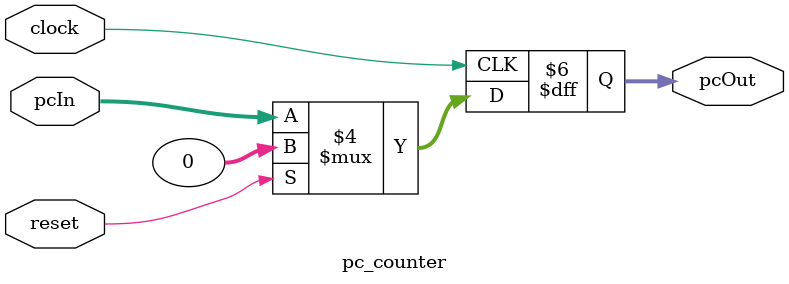
<source format=v>


module DE2_115(

	//////////// KEY //////////
	input 		     [3:0]		KEY,

	//////////// SEG7 //////////
	output		     [6:0]		HEX0,
	output		     [6:0]		HEX1,
	output		     [6:0]		HEX2,
	output		     [6:0]		HEX3,
	output		     [6:0]		HEX4,
	output		     [6:0]		HEX5,
	output		     [6:0]		HEX6,
	output		     [6:0]		HEX7
);



//=======================================================
//  REG/WIRE declarations
//=======================================================

    //clock key0 clock e ~key1 reset

    //Pc_counter
    wire [31:0] pcOut;
    wire [31:0] pcIn;

    //intruçoes memoria
    wire [31:0] instruction;

    //controlador
    wire ALUSrc;
    wire MemtoReg;
    wire RegWrite;
    wire MemRead;
    wire MemWrite;
    wire Branch;
    wire jump;
    wire [1:0] Aluop;

    //registradores
    wire [31:0] WriteData;
    wire [31:0] Wd1;
    wire [31:0] Rd1;
    wire [31:0] Rd2;

    //immGen
    wire [31:0] immediate;

    //ALUcontrole
    wire [3:0] controle_alu;

    //ALU
    wire  [31:0] resultado_alu;
    wire zero;

    //DataMemory
    wire [31:0] readData;

    //branch
    wire saida_branch;

    //mux
    wire [31:0] ent0;
    wire [31:0] ent1;
    wire selecionado;
    wire [31:0] resultado_mux1;

    //add
    wire [31:0] resultado_add4;
    wire [31:0] resultado_addDesvio;

    wire [31:0] reg_x1;

//=======================================================
//  Structural coding
//=======================================================

    pc_counter pc_cont(.clock(~KEY[0]), .pcIn(pcIn), .pcOut(pcOut), .reset(~KEY[1]));

    instruction_memory intru_mem(.clk(~KEY[0]), .PC(pcOut), .instruction(instruction), .reset(~KEY[1]));

    controlador control(.Opcode(instruction[6:0]), .ALUSrc(ALUSrc), .MemtoReg(MemtoReg), .RegWrite(RegWrite), .MemRead(MemRead), .MemWrite(MemWrite), .Branch(Branch), .jump(jump), .Aluop(Aluop));

    registradores regs(.clock(~KEY[0]), .escreverReg(RegWrite), .Rr1(instruction[19:15]), .Rr2(instruction[24:20]), .Wr(instruction[11:7]), .Wd(WriteData), .Rd1(Rd1), .Rd2(Rd2), .reset(~KEY[1]), .reg_x1(reg_x1[31:0]));

    immGen imm(.instrucao(instruction), .immediate(immediate));

    ALUcontrole alu_control(.aluop(Aluop), .funct7(instruction[30]), .funct3(instruction[14:12]), .controle(controle_alu));

    ALU alu(.controle(controle_alu), .a(Rd1), .b(resultado_mux1), .resultado(resultado_alu), .zero(zero));

    DataMemory data_mem(.clk(~KEY[0]), .MemWrite(MemWrite), .MemRead(MemRead), .endereco(resultado_alu), .WriteData(Rd2), .readData(readData), .W_ou_B(instruction[13]), .reset(~KEY[1]));

    branch branch_and(.Branch(Branch), .instrucao(instruction), .zero(zero), .saida(saida_branch));

    mux mux1(.ent0(Rd2), .ent1(immediate), .selecionado(ALUSrc), .resultado(resultado_mux1));

    mux mux2(.ent0(resultado_alu), .ent1(readData), .selecionado(MemtoReg), .resultado(WriteData));

    add add4(.a(pcOut), .b(4), .result(resultado_add4), .reset(~KEY[1]) , .clock(~KEY[0]));
    
    add addDesvio(.a(pcOut), .b(immediate), .result(resultado_addDesvio), .reset(~KEY[1]) , .clock(~KEY[0]));

    mux mux3(.ent0(resultado_add4), .ent1(resultado_addDesvio), .selecionado(saida_branch), .resultado(pcIn));

    // registrador 1
    display7 display0(.p4(reg_x1[3:0]), .saida(HEX0[6:0]), .clock(~KEY[0]));

    display7 display1(.p4(reg_x1[7:4]), .saida(HEX1[6:0]), .clock(~KEY[0]));

    display7 display2(.p4(reg_x1[11:8]), .saida(HEX2[6:0]), .clock(~KEY[0]));

    display7 display3(.p4(reg_x1[15:12]), .saida(HEX3[6:0]), .clock(~KEY[0]));

    // pcOut
    display7 display4(.p4(pcOut[3:0]), .saida(HEX4[6:0]), .clock(~KEY[0]));
  
    display7 display5(.p4(pcOut[7:4]), .saida(HEX5[6:0]), .clock(~KEY[0]));

    // clock
    display7 display6(.p4(~KEY[0]), .saida(HEX6[6:0]), .clock(~KEY[0]));

    // reset
    display7 display7(.p4(~KEY[1]), .saida(HEX7[6:0]), .clock(~KEY[0]));

endmodule

module display7(input [0:3] p4, output [0:6] saida, input clock);
    reg [6:0] SeteSegmentos; 
    // representa em 1 display 4 bits
    always @(p4) begin
      casez(p4)
        4'd0: SeteSegmentos = 7'b1000000; // 0
        4'd1: SeteSegmentos = 7'b1111001; // 1
        4'd2: SeteSegmentos = 7'b0100100; // 2
        4'd3: SeteSegmentos = 7'b0110000; // 3
        4'd4: SeteSegmentos = 7'b0011001; // 4
        4'd5: SeteSegmentos = 7'b0010010; // 5
        4'd6: SeteSegmentos = 7'b0000010; // 6
        4'd7: SeteSegmentos = 7'b1111000; // 7
        4'd8: SeteSegmentos = 7'b0000000; // 8
        4'd9: SeteSegmentos = 7'b0010000; // 9
        4'd10: SeteSegmentos = ~7'b1110111; // A
        4'd11: SeteSegmentos = ~7'b1111100; // B
        4'd12: SeteSegmentos = ~7'b0111001; // C
        4'd13: SeteSegmentos = ~7'b1011110; // D
        4'd14: SeteSegmentos = ~7'b1111001; // E
        4'd15: SeteSegmentos = ~7'b1110001; // F
        default: SeteSegmentos = ~7'b0000000; 
      endcase
    end

    assign saida = SeteSegmentos;

endmodule

module immGen(instrucao, immediate);
    input [31:0] instrucao;
    output reg [31:0] immediate;
  	reg [6:0] opcode;

	always @(*) begin
	opcode = instrucao[6:0];
		
		casez (opcode)
			7'b0000011 : begin 
			immediate = {{19{instrucao[31]}}, instrucao[31:20]}; // tipo lb
			if (((immediate % 4) == 0) && (immediate/4 < 32))
				immediate = immediate/4;
			end

			7'b0100011 : begin  
			immediate = {{19{instrucao[31]}}, instrucao[31:25], instrucao[11:7]}; // tipo s
			if ((immediate % 4) == 0)
				immediate = immediate/4;
			end

			7'b1100011 : begin  
			immediate = {{19{instrucao[31]}}, instrucao[31], instrucao[7], instrucao[30:25], instrucao[11:8]}; // tipo sb
			if ((immediate % 2) == 0)
				immediate = immediate << 1;
			end

			7'b0010011 : immediate = {{19{instrucao[31]}}, instrucao[31:20]}; // tipo I
				
			7'b1101111 : immediate = {{11{instrucao[31]}}, instrucao[31], instrucao[19:12], instrucao[20], instrucao[30:21]}; // tipo uj
			default: immediate[31:0] = 32'd0;
		endcase
	end

endmodule


module add(a, b, result, reset, clock);
  input  [31:0] a, b;
  output reg [31:0] result;
  input reset, clock;

  always @(clock) begin
    if (reset) result = 0;
    else begin
      casez({a[31], b[31]}) 
          2'b10:  result = b - (~(a) + 1);
          2'b01:  result = a - (~(b) + 1);
          default:  result = a + b;
      endcase
    end
  end

endmodule


module ALUcontrole(aluop, funct7,  funct3, controle);
    input [1:0] aluop;
    input funct7; 
    input [2:0] funct3;
    output reg [3:0] controle;
    
    /* alu_control com as principais funcoes aritmeticas 
        usa dos bits de selecao (aluop) e  dos valores
        da instrucao, caso necessario, para determinar qual
        operacao ira ser exec */ 
    always @(*) begin

        casez (aluop)
            2'b00 : controle = 4'b0010;
            2'b01 : controle = 4'b0110;
            2'b10 : casez({funct7,funct3})
                4'b0000 : controle = 4'b0010; // add
                4'b1000 : controle = 4'b0110; // sub
                4'b0111 : controle = 4'b0000; // and
                4'b0110 : controle = 4'b0001; // or
                4'b0001 : controle = 4'b0011; // sll
                4'b0100 : controle = 4'b0111; // xor
                4'b0101 : controle = 4'b1000; // srl
                default : controle = 4'bxxxx;
            endcase
            2'b11 : casez({funct7,funct3})
                4'b0000 : controle = 4'b0010; // addi
                4'b0100 : controle = 4'b0111; // xori
                4'b0110 : controle = 4'b0001; // ori
                4'b0111 : controle = 4'b0000; // andi
                4'b0001 : controle = 4'b0011; // slli
                4'b0101 : controle = 4'b1000; // srli
                default : controle = 4'bxxxx;
            endcase
        endcase
    end
endmodule


module ALU(
    input [3:0] controle, input [31:0] a,b,
    output reg [31:0] resultado, output zero
    );

    always @(*)
    begin
            casez({a[31], b[31]}) 
                2'b10: begin
                        casez(controle)
                            4'b0010: resultado = b - (~(a) + 1); // add e addi 
                            4'b0110: resultado = b + (~(a) + 1); // sub e subi e desvios condicial 
                        endcase
                    end
                2'b01: begin
                    casez(controle) 
                        4'b0010: resultado = a - (~(b) + 1); // add e addi 
                        4'b0110: resultado = a + (~(b) + 1); // sub e subi e desvios condicial 
                    endcase
                end
                default: begin
                    casez(controle)
                        4'b0000: resultado = a & b; // and e andi
                        4'b0001: resultado = a | b; // or e ori
                        4'b0010: resultado = a + b; // add e addi (ultimo bit é de sinal)
                        4'b0110: resultado = a - b; // sub e subi e desvios condicial (ultimo bit é de sinal)
                        4'b0011: resultado = a << b; // sll e slli
                        4'b0111: resultado = a ^ b; // xor e xori
                        4'b1000: resultado = a >> b; // srl e srli
                        default resultado = 32'bx; // valor default
                    endcase
                end
            endcase
    end 

    // zero vai ser usado para a operacao de branch (bne)
    assign zero = (resultado == 0) ? 1 : 0;
endmodule

module branch(input Branch, input [31:0] instrucao, input zero, output saida);

    wire eh_zero;
    wire aux;
    
    // condition ? if true : if false
    assign aux = (instrucao[12] == 1'b0) ? zero : !(zero); // controle = 0 (beq) 
    assign saida = aux & Branch;
endmodule

module controlador(Opcode, ALUSrc, MemtoReg, RegWrite, MemRead, MemWrite, Branch, jump, Aluop);
  input [6:0] Opcode;
  output wire ALUSrc, MemtoReg, RegWrite, MemRead, MemWrite, Branch, jump;
  output wire [1:0] Aluop;
  reg [8:0] controle; 
  
  /* atribuindo para todas as variaveis o mesmo valor (sinal de controle)
   usando o assing, pois toda vez que atualizar o controle atualiza as variaveis */
  always @(*)
    begin
      casez(Opcode)
        7'b0110011 : controle = 9'b001000010; // tipo R
        7'b0000011 : controle = 9'b111100000; // tipo lb
        7'b0100011 : controle = 9'b100010000; // tipo s
        7'b1100011 : controle = 9'b000001001; // tipo sb
        7'b0010011 : controle = 9'b101000011; // tipo I
        7'b1101111 : controle = 9'b111xx0100; // tipo uj
        default : controle    = 9'bxxxxxxxxx; // don't cares
      endcase
  end
  
    assign {ALUSrc, MemtoReg, RegWrite, MemRead, MemWrite, Branch, jump, Aluop} = controle;

endmodule


module DataMemory(clk, MemWrite, MemRead, endereco, WriteData, readData, W_ou_B, reset);
  input clk, MemWrite, MemRead, W_ou_B, reset;

  input [31:0] endereco, WriteData;
  output reg [31:0] readData;
  reg [31:0] memory [31:0];

   always@(posedge clk) begin
    if(reset == 1'b1) begin
      memory[0] = 32'b00000000000010000000000011000000;
      memory[1] = 32'b00000000000000000000000000011001;
      memory[2] = 32'b00000000000000000000000001101110;
      memory[3] = 32'b00000000000000000000000001111010;
      memory[4] = 32'b00000000000000000000000001100111;
      memory[5] = 32'b00000000000000000000000000110000;
      memory[6] = 32'b00000000000000000000000000101110;
      memory[7] = 32'b00000000000000000000000001100110;
      memory[8] = 32'b00000000000000000000000001111101;
      memory[9] = 32'b00000000000000000000000000010000;
      memory[10] = 32'b00000000000000000000000001000111;
      memory[11] = 32'b00000000000000000000000001101100;
      memory[12] = 32'b00000000000000000000000001011010;
      memory[13] = 32'b00000000000000000000000000111101;
      memory[14] = 32'b00000000000000000000000001001000;
      memory[15] = 32'b00000000000000000000000000010111;
      memory[16] = 32'b00000000000000000000000001001101;
      memory[17] = 32'b00000000000000000000000001110111;
      memory[18] = 32'b00000000000000000000000000110010;
      memory[19] = 32'b00000000000000000000000001100101;
      memory[20] = 32'b00000000000000000000000001101010;
      memory[21] = 32'b00000000000000000000000000000010;
      memory[22] = 32'b00000000000000000000000000100111;
      memory[23] = 32'b00000000000000000000000000100101;
      memory[24] = 32'b00000000000000000000000000100000;
      memory[25] = 32'b00000000000000000000000001110100;
      memory[26] = 32'b00000000000000000000000001110111;
      memory[27] = 32'b00000000000000000000000000011110;
      memory[28] = 32'b00000000000000000000000001000000;
      memory[29] = 32'b00000000000000000000000001010011;
      memory[30] = 32'b00000000000000000000000000011100;
      memory[31] = 32'b00000000000000000000000000101101;
    end 

    casez({MemRead, MemWrite})
        2'b10: begin
        casez (W_ou_B)
            1'b0:  readData = memory[endereco][7:0];
            default: readData = memory[endereco];

          endcase
        end  

        2'b01: begin
            memory[endereco] = WriteData;
      end
    endcase 
  end

endmodule


module instruction_memory(
    input clk,  input [31:0] PC, input reset,
    output [31:0] instruction
);
    reg [31:0] memoria [256:0];
    
    always@(posedge clk) begin
        if(reset == 1'b1) begin
          

            memoria[0] = 32'b00000000000000000000000000000000;
            // "nop", pra mostrar o estado inicial

            memoria[4] = 32'b00000000001100010000000010110011;
            // add x1, x2, x3
            // x1 = 5

            memoria[8] = 32'b00000000001000001000000010010011;
            // addi x1, x1, 2
            // x1 = 7
            
            memoria[12] = 32'b01000000001100001000000010110011;
            //sub x1, x1, x3
            // x1 = 4
            
            memoria[16] = 32'b00000000010000110001100001100011; 
            // bne x6, x4, 16
            // pcOut = 16 + 16 = 32 decimal = 20 hexa

            memoria[20] = 32'b00000000011000001000000010110011;
            //add x1, x1, x6
            // x1 = 13
            // entretanto é pulado pelo bne entao nao atualiza o valor do x1

            memoria[24] = 32'b00000000001100010000000110110011;
            memoria[28] = 32'b00000000001100010000000110110011;
            memoria[32] = 32'b00000000001100010000000110110011;
            memoria[36] = 32'b00000000001100010000000110110011;
            memoria[40] = 32'b00000000001100010000000110110011;
            memoria[44] = 32'b00000000001100010000000110110011;
            memoria[48] = 32'b00000000001100010000000110110011;
            memoria[52] = 32'b00000000001100010000000110110011;
            memoria[56] = 32'b00000000001100010000000110110011;
            memoria[60] = 32'b00000000001100010000000110110011;
            // add x3, x2, x3
            // nao interverem no resultado final do registrador x1
            

            // memoria[0] = 32'b00000000000100000000001000100011; //sb x1, 4(x0)
            // memoria[4] = 32'b00000000010100110000000110110011; // add x3, x6, x5
            // memoria[8] = 32'b00000000010000000000000100000011; // lb x2, 4(x0)
            // memoria[12] = 32'b01000000001000100000001010110011; // sub x5, x4, x2
            // memoria[16] = 32'b00000000010000011110000100110011; // or x2, x3, x4
            // memoria[20] = 32'b00000000000100000010000000100011; // sw x1, 0(x0)
            // memoria[24] = 32'b00000000010000110001001001100011; // bne x6, x4, 4
            // memoria[28] = 32'b00000000011000011111000110110011; // and x3, x3, x6
            // memoria[32] = 32'b00000000100000000010000110000011; // lw x3, 8(x0)
            // memoria[36] = 32'b00000000010000110000001001100011; // beq x6, x4, 4
            // memoria[40] = 32'b00000000001000100110001010010011; // ori x5, x4, 2
            // memoria[44] = 32'b00000000011100110001000100110011; // sll x2, x6, x7
        end 
  end
    
    assign instruction = memoria[PC];

endmodule


module mux(ent0, ent1, selecionado, resultado);
  input wire [31:0] ent0;
  input wire [31:0] ent1;
  input wire selecionado;
  output [31:0] resultado;
  
  assign resultado = (selecionado == 1'b0) ? ent0 : ent1;
endmodule

module registradores(clock, escreverReg, Rr1, Rr2, Wr, Wd, Rd1, Rd2, reset, reg_x1);
  input clock, escreverReg, reset;
  input [4:0] Rr1;
  input [4:0] Rr2; 
  input [4:0] Wr; 
  input [31:0] Wd;
  output [31:0] Rd1;
  output [31:0] Rd2;
  output [31:0] reg_x1;
  
  reg [31:0] registradores [31:0]; // vetor de valores dos regs 
  reg [31:0] i;

  always @(posedge clock) begin
    if(reset == 1'b1) begin
      // inicia todos os registradores com o valor do indice referente a ele
      registradores[0] = 32'd0;
      registradores[1] = 32'd1;
      registradores[2] = 32'd2;
      registradores[3] = 32'd3;
      registradores[4] = 32'd4;
      registradores[5] = 32'd5;
      registradores[6] = 32'd6;
      registradores[7] = 32'd7;
      registradores[8] = 32'd8;
      registradores[9] = 32'd9;
      registradores[10] = 32'd10;
      registradores[11] = 32'd11;
      registradores[12] = 32'd12;
      registradores[13] = 32'd13;
      registradores[14] = 32'd14;
      registradores[15] = 32'd15;
      registradores[16] = 32'd16;
      registradores[17] = 32'd17;
      registradores[18] = 32'd18;
      registradores[19] = 32'd19;
      registradores[20] = 32'd20;
      registradores[21] = 32'd21;
      registradores[22] = 32'd22;
      registradores[23] = 32'd23;
      registradores[24] = 32'd24;
      registradores[25] = 32'd25;
      registradores[26] = 32'd26;
      registradores[27] = 32'd27;
      registradores[28] = 32'd28;
      registradores[29] = 32'd29;
      registradores[30] = 32'd30;
      registradores[31] = 32'd31;
    end


    if(escreverReg) begin
        registradores[Wr] = Wd;
    end

  end

  // valor do registrador x1 sendo salvo para printar
  assign reg_x1 = registradores[1];
  
  // saidas recebem valores do banco (menos o 0x que é sempre 0)
  assign Rd1 = (Rr1 != 0) ? registradores[Rr1] : 0;
  assign Rd2 = (Rr2 != 0) ? registradores[Rr2] : 0;
endmodule

module pc_counter(clock, pcIn, pcOut, reset);
  input clock, reset;
  output reg [31:0] pcOut;
  input [31:0] pcIn;

  // ao subir a borda de clock vai mudar o endereco do nosso reg, se ele não estiver no modo de reset [em que zeramos todas nossas variaveis] (o novo end vai vir do mux)
  always@(posedge clock) begin
    if(reset == 1'b1) pcOut = 32'd0;
    else begin
        pcOut = pcIn;
    end
  end
endmodule



</source>
